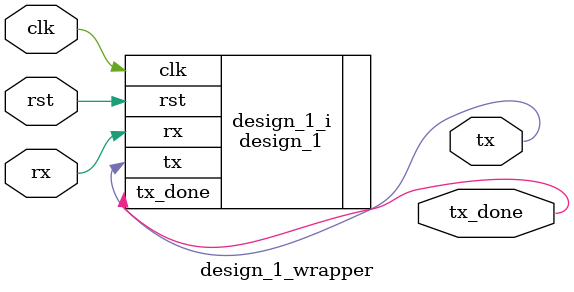
<source format=v>
`timescale 1 ps / 1 ps

module design_1_wrapper
   (clk,
    rst,
    rx,
    tx,
    tx_done);
  input clk;
  input rst;
  input rx;
  output tx;
  output tx_done;

  wire clk;
  wire rst;
  wire rx;
  wire tx;
  wire tx_done;

  design_1 design_1_i
       (.clk(clk),
        .rst(rst),
        .rx(rx),
        .tx(tx),
        .tx_done(tx_done));
endmodule

</source>
